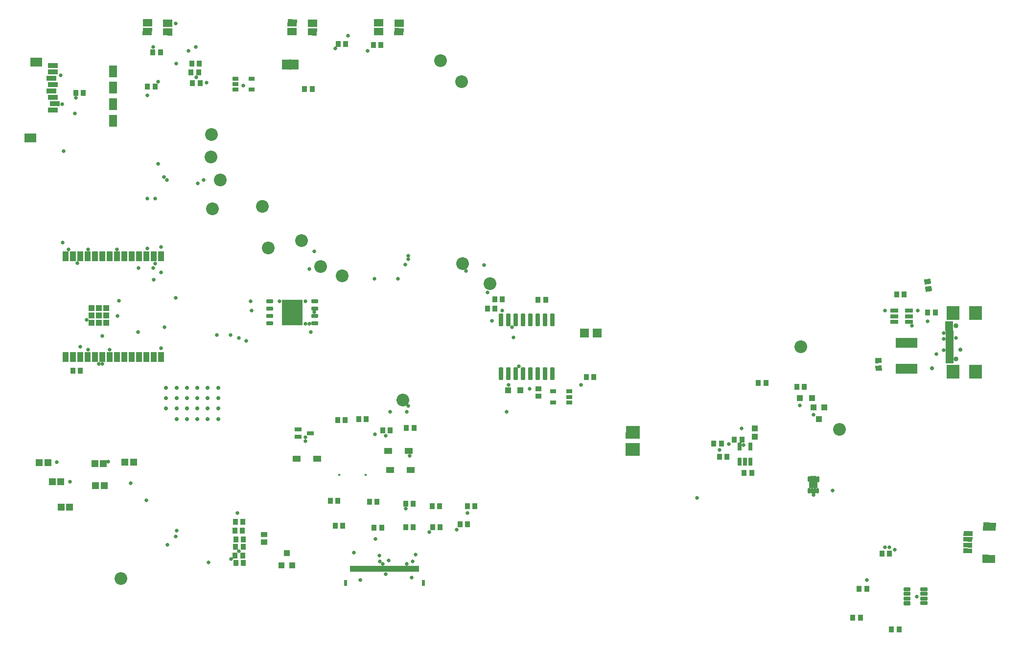
<source format=gbr>
G04 EAGLE Gerber RS-274X export*
G75*
%MOMM*%
%FSLAX34Y34*%
%LPD*%
%INSoldermask Top*%
%IPPOS*%
%AMOC8*
5,1,8,0,0,1.08239X$1,22.5*%
G01*
G04 Define Apertures*
%ADD10R,1.603200X1.253200*%
%ADD11R,0.903200X1.103200*%
%ADD12R,1.603200X1.603200*%
%ADD13R,1.103200X0.903200*%
%ADD14R,2.203200X2.403200*%
%ADD15R,1.003200X1.003200*%
%ADD16R,1.403200X0.803200*%
%ADD17R,1.173200X1.143200*%
%ADD18R,1.003200X1.103200*%
%ADD19R,1.353200X1.003200*%
%ADD20R,1.103200X0.803200*%
%ADD21R,0.503200X1.003200*%
%ADD22R,0.603200X1.003200*%
%ADD23R,1.353200X0.503200*%
%ADD24R,2.203200X2.383200*%
%ADD25C,0.853200*%
%ADD26R,1.403200X2.203200*%
%ADD27R,0.803200X1.553200*%
%ADD28R,1.403200X2.003200*%
%ADD29R,2.103200X1.603200*%
%ADD30R,1.703200X0.903200*%
%ADD31R,0.330200X0.330200*%
%ADD32R,0.753200X1.403200*%
%ADD33R,3.803200X1.703200*%
%ADD34R,1.253200X0.703200*%
%ADD35C,0.330503*%
%ADD36R,0.152400X1.828800*%
%ADD37R,1.371600X1.803400*%
%ADD38C,2.203200*%
%ADD39C,0.315166*%
%ADD40R,3.603200X4.503200*%
%ADD41R,1.103200X1.703200*%
%ADD42C,0.349006*%
%ADD43C,0.269722*%
%ADD44C,0.304800*%
%ADD45R,1.103200X1.503200*%
%ADD46C,0.705600*%
%ADD47C,0.655600*%
D10*
G36*
X779952Y666678D02*
X795981Y666482D01*
X795828Y653952D01*
X779799Y654148D01*
X779952Y666678D01*
G37*
G36*
X744955Y667106D02*
X760984Y666910D01*
X760831Y654380D01*
X744802Y654576D01*
X744955Y667106D01*
G37*
G36*
X744772Y652107D02*
X760801Y651911D01*
X760648Y639381D01*
X744619Y639577D01*
X744772Y652107D01*
G37*
G36*
X779769Y651679D02*
X795798Y651483D01*
X795645Y638953D01*
X779616Y639149D01*
X779769Y651679D01*
G37*
D11*
X1584000Y-318700D03*
X1597000Y-318700D03*
X429200Y590300D03*
X442200Y590300D03*
D12*
X1130900Y123400D03*
X1108900Y123400D03*
D11*
X1367900Y-61075D03*
X1380900Y-61075D03*
X1409400Y37700D03*
X1422400Y37700D03*
D13*
X1029300Y14200D03*
X1029300Y27200D03*
D11*
X1572800Y-368700D03*
X1585800Y-368700D03*
X1385000Y-118500D03*
X1398000Y-118500D03*
D14*
G36*
X1204080Y-67089D02*
X1203888Y-89119D01*
X1179858Y-88909D01*
X1180050Y-66879D01*
X1204080Y-67089D01*
G37*
G36*
X1204342Y-37091D02*
X1204150Y-59121D01*
X1180120Y-58911D01*
X1180312Y-36881D01*
X1204342Y-37091D01*
G37*
D11*
X681600Y-27100D03*
X694600Y-27100D03*
G36*
X1708512Y205183D02*
X1709581Y196215D01*
X1698628Y194909D01*
X1697559Y203877D01*
X1708512Y205183D01*
G37*
G36*
X1706972Y218091D02*
X1708041Y209123D01*
X1697088Y207817D01*
X1696019Y216785D01*
X1706972Y218091D01*
G37*
X743400Y622100D03*
X756400Y622100D03*
X1661400Y190500D03*
X1648400Y190500D03*
X682600Y624300D03*
X695600Y624300D03*
X800700Y-40700D03*
X813700Y-40700D03*
X1028400Y181300D03*
X1041400Y181300D03*
X228600Y539700D03*
X241600Y539700D03*
D10*
G36*
X630300Y666560D02*
X646329Y666308D01*
X646132Y653778D01*
X630103Y654030D01*
X630300Y666560D01*
G37*
G36*
X595304Y667110D02*
X611333Y666858D01*
X611136Y654328D01*
X595107Y654580D01*
X595304Y667110D01*
G37*
G36*
X595068Y652112D02*
X611097Y651860D01*
X610900Y639330D01*
X594871Y639582D01*
X595068Y652112D01*
G37*
G36*
X630064Y651562D02*
X646093Y651310D01*
X645896Y638780D01*
X629867Y639032D01*
X630064Y651562D01*
G37*
D15*
X1403400Y-56000D03*
X1403400Y-41000D03*
D11*
X362000Y609900D03*
X375000Y609900D03*
D16*
X1644700Y162400D03*
X1644700Y152900D03*
X1644700Y143400D03*
X1669700Y143400D03*
X1669700Y152900D03*
X1669700Y162400D03*
D17*
X261600Y-102300D03*
X276600Y-102300D03*
X165400Y-100300D03*
X180400Y-100300D03*
X203200Y-177300D03*
X218200Y-177300D03*
D18*
X1481400Y10800D03*
X1502400Y10800D03*
D19*
X769500Y-80300D03*
X804500Y-80300D03*
X772700Y-113500D03*
X807700Y-113500D03*
X611100Y-93500D03*
X646100Y-93500D03*
D17*
X313700Y-100100D03*
X328700Y-100100D03*
D18*
X976900Y24800D03*
X997900Y24800D03*
D17*
X188000Y-133300D03*
X203000Y-133300D03*
X262800Y-140300D03*
X277800Y-140300D03*
D11*
X906000Y-176100D03*
X919000Y-176100D03*
X677400Y-210100D03*
X690400Y-210100D03*
X846000Y-212300D03*
X859000Y-212300D03*
X893600Y-207300D03*
X906600Y-207300D03*
X845400Y-176100D03*
X858400Y-176100D03*
X736800Y-168100D03*
X749800Y-168100D03*
X799500Y-212500D03*
X812500Y-212500D03*
X799600Y-171500D03*
X812600Y-171500D03*
X744700Y-213500D03*
X757700Y-213500D03*
X668800Y-166500D03*
X681800Y-166500D03*
D20*
X504900Y564400D03*
X504900Y554900D03*
X504900Y545400D03*
X532900Y545400D03*
X532900Y564400D03*
X1082700Y3600D03*
X1082700Y13100D03*
X1082700Y22600D03*
X1054700Y22600D03*
X1054700Y3600D03*
D21*
X820200Y-284100D03*
X815200Y-284100D03*
X810200Y-284100D03*
X805200Y-284100D03*
X800200Y-284100D03*
X795200Y-284100D03*
X790200Y-284100D03*
X785200Y-284100D03*
X780200Y-284100D03*
X775200Y-284100D03*
X770200Y-284100D03*
X765200Y-284100D03*
X760200Y-284100D03*
X755200Y-284100D03*
X750200Y-284100D03*
X745200Y-284100D03*
X740200Y-284100D03*
X735200Y-284100D03*
X730200Y-284100D03*
X725200Y-284100D03*
X720200Y-284100D03*
X715200Y-284100D03*
X710200Y-284100D03*
X705200Y-284100D03*
D22*
X830200Y-309100D03*
X695200Y-309100D03*
D23*
X1739978Y73673D03*
X1739858Y81363D03*
X1740120Y95100D03*
X1740120Y105100D03*
X1740120Y110100D03*
X1740120Y120100D03*
X1739815Y133151D03*
X1739716Y141303D03*
X1739414Y137998D03*
X1739767Y129849D03*
X1740120Y125100D03*
X1740120Y115100D03*
X1740120Y100100D03*
X1740120Y90100D03*
X1740059Y85768D03*
X1739856Y76785D03*
D24*
X1785170Y56500D03*
X1785170Y158700D03*
X1745870Y56500D03*
X1745870Y158700D03*
D25*
X1750870Y78700D03*
X1750870Y136500D03*
D26*
G36*
X1819102Y-260380D02*
X1818808Y-274408D01*
X1796782Y-273946D01*
X1797076Y-259918D01*
X1819102Y-260380D01*
G37*
G36*
X1820275Y-204393D02*
X1819981Y-218421D01*
X1797955Y-217959D01*
X1798249Y-203931D01*
X1820275Y-204393D01*
G37*
D27*
G36*
X1779320Y-249545D02*
X1779152Y-257574D01*
X1763624Y-257249D01*
X1763792Y-249220D01*
X1779320Y-249545D01*
G37*
G36*
X1779529Y-239547D02*
X1779361Y-247576D01*
X1763833Y-247251D01*
X1764001Y-239222D01*
X1779529Y-239547D01*
G37*
G36*
X1779739Y-229549D02*
X1779571Y-237578D01*
X1764043Y-237253D01*
X1764211Y-229224D01*
X1779739Y-229549D01*
G37*
G36*
X1779948Y-219551D02*
X1779780Y-227580D01*
X1764252Y-227255D01*
X1764420Y-219226D01*
X1779948Y-219551D01*
G37*
D28*
X292922Y491500D03*
X292922Y548500D03*
D29*
X150422Y461500D03*
X160422Y593000D03*
D30*
X188922Y509500D03*
X192922Y520500D03*
X188922Y531500D03*
X186922Y542500D03*
X188922Y553500D03*
X186922Y564500D03*
X188922Y575500D03*
X188922Y586500D03*
D28*
X292922Y520000D03*
X292922Y577000D03*
D31*
X684840Y-121500D03*
X730560Y-121500D03*
D32*
X1377000Y-99101D03*
X1386500Y-99101D03*
X1396000Y-99101D03*
X1396000Y-73099D03*
X1377000Y-73099D03*
D33*
X1666000Y61900D03*
X1666000Y106900D03*
D18*
X1523900Y-4600D03*
X1504900Y-4600D03*
X1514400Y-25600D03*
X584300Y-278400D03*
X603300Y-278400D03*
X593800Y-257400D03*
D34*
X613400Y-43000D03*
X613400Y-56000D03*
X634400Y-49500D03*
D11*
X223500Y58700D03*
X236500Y58700D03*
X505700Y-233300D03*
X518700Y-233300D03*
X1342100Y-90500D03*
X1355100Y-90500D03*
X1623200Y-258300D03*
X1636200Y-258300D03*
X941100Y166400D03*
X954100Y166400D03*
X1476000Y30400D03*
X1489000Y30400D03*
X624600Y546100D03*
X637600Y546100D03*
X1639800Y-389300D03*
X1652800Y-389300D03*
X966600Y181900D03*
X953600Y181900D03*
X1702400Y159300D03*
X1715400Y159300D03*
G36*
X1622915Y67741D02*
X1623404Y58723D01*
X1612389Y58127D01*
X1611900Y67145D01*
X1622915Y67741D01*
G37*
G36*
X1622211Y80721D02*
X1622700Y71703D01*
X1611685Y71107D01*
X1611196Y80125D01*
X1622211Y80721D01*
G37*
X1332300Y-67700D03*
X1345300Y-67700D03*
X759900Y-44700D03*
X772900Y-44700D03*
X718100Y-25700D03*
X731100Y-25700D03*
X505400Y-274300D03*
X518400Y-274300D03*
X504300Y-261300D03*
X517300Y-261300D03*
X505200Y-246300D03*
X518200Y-246300D03*
X504100Y-218300D03*
X517100Y-218300D03*
X505000Y-203300D03*
X518000Y-203300D03*
D10*
G36*
X380019Y666603D02*
X396047Y666295D01*
X395807Y653767D01*
X379779Y654075D01*
X380019Y666603D01*
G37*
G36*
X345026Y667275D02*
X361054Y666967D01*
X360814Y654439D01*
X344786Y654747D01*
X345026Y667275D01*
G37*
G36*
X344738Y652278D02*
X360766Y651970D01*
X360526Y639442D01*
X344498Y639750D01*
X344738Y652278D01*
G37*
G36*
X379731Y651606D02*
X395759Y651298D01*
X395519Y638770D01*
X379491Y639078D01*
X379731Y651606D01*
G37*
D11*
X430700Y556700D03*
X443700Y556700D03*
X1112000Y47400D03*
X1125000Y47400D03*
X352700Y550400D03*
X365700Y550400D03*
G36*
X560202Y-233723D02*
X560139Y-242754D01*
X549108Y-242677D01*
X549171Y-233646D01*
X560202Y-233723D01*
G37*
G36*
X560292Y-220723D02*
X560229Y-229754D01*
X549198Y-229677D01*
X549261Y-220646D01*
X560292Y-220723D01*
G37*
X428200Y574900D03*
X441200Y574900D03*
D35*
X1691236Y-321664D02*
X1700124Y-321664D01*
X1691236Y-321664D02*
X1691236Y-317936D01*
X1700124Y-317936D01*
X1700124Y-321664D01*
X1700124Y-318524D02*
X1691236Y-318524D01*
X1691236Y-329664D02*
X1700124Y-329664D01*
X1691236Y-329664D02*
X1691236Y-325936D01*
X1700124Y-325936D01*
X1700124Y-329664D01*
X1700124Y-326524D02*
X1691236Y-326524D01*
X1691236Y-337664D02*
X1700124Y-337664D01*
X1691236Y-337664D02*
X1691236Y-333936D01*
X1700124Y-333936D01*
X1700124Y-337664D01*
X1700124Y-334524D02*
X1691236Y-334524D01*
X1691236Y-345664D02*
X1700124Y-345664D01*
X1691236Y-345664D02*
X1691236Y-341936D01*
X1700124Y-341936D01*
X1700124Y-345664D01*
X1700124Y-342524D02*
X1691236Y-342524D01*
X1670964Y-345864D02*
X1662076Y-345864D01*
X1662076Y-342136D01*
X1670964Y-342136D01*
X1670964Y-345864D01*
X1670964Y-342724D02*
X1662076Y-342724D01*
X1662076Y-337664D02*
X1670964Y-337664D01*
X1662076Y-337664D02*
X1662076Y-333936D01*
X1670964Y-333936D01*
X1670964Y-337664D01*
X1670964Y-334524D02*
X1662076Y-334524D01*
X1662076Y-329664D02*
X1670964Y-329664D01*
X1662076Y-329664D02*
X1662076Y-325936D01*
X1670964Y-325936D01*
X1670964Y-329664D01*
X1670964Y-326524D02*
X1662076Y-326524D01*
X1662076Y-321664D02*
X1670964Y-321664D01*
X1662076Y-321664D02*
X1662076Y-317936D01*
X1670964Y-317936D01*
X1670964Y-321664D01*
X1670964Y-318524D02*
X1662076Y-318524D01*
D36*
X599600Y588900D03*
D37*
X591980Y588900D03*
X607220Y588900D03*
D38*
X462300Y428100D03*
X689600Y223100D03*
X465100Y339100D03*
X562100Y271100D03*
X551600Y343100D03*
X1483100Y100100D03*
X897600Y244100D03*
X945100Y209100D03*
X794600Y8100D03*
X463500Y467100D03*
X1549700Y-42900D03*
X859900Y595100D03*
X895900Y558900D03*
X307100Y-301100D03*
X652300Y238900D03*
X619500Y283900D03*
X478700Y388900D03*
D39*
X559810Y177010D02*
X568090Y177010D01*
X559810Y177010D02*
X559810Y180290D01*
X568090Y180290D01*
X568090Y177010D01*
X568090Y180004D02*
X559810Y180004D01*
X559810Y164310D02*
X568090Y164310D01*
X559810Y164310D02*
X559810Y167590D01*
X568090Y167590D01*
X568090Y164310D01*
X568090Y167304D02*
X559810Y167304D01*
X559810Y151610D02*
X568090Y151610D01*
X559810Y151610D02*
X559810Y154890D01*
X568090Y154890D01*
X568090Y151610D01*
X568090Y154604D02*
X559810Y154604D01*
X559810Y138910D02*
X568090Y138910D01*
X559810Y138910D02*
X559810Y142190D01*
X568090Y142190D01*
X568090Y138910D01*
X568090Y141904D02*
X559810Y141904D01*
X637710Y138910D02*
X645990Y138910D01*
X637710Y138910D02*
X637710Y142190D01*
X645990Y142190D01*
X645990Y138910D01*
X645990Y141904D02*
X637710Y141904D01*
X637710Y151610D02*
X645990Y151610D01*
X637710Y151610D02*
X637710Y154890D01*
X645990Y154890D01*
X645990Y151610D01*
X645990Y154604D02*
X637710Y154604D01*
X637710Y164310D02*
X645990Y164310D01*
X637710Y164310D02*
X637710Y167590D01*
X645990Y167590D01*
X645990Y164310D01*
X645990Y167304D02*
X637710Y167304D01*
X637710Y177010D02*
X645990Y177010D01*
X637710Y177010D02*
X637710Y180290D01*
X645990Y180290D01*
X645990Y177010D01*
X645990Y180004D02*
X637710Y180004D01*
D40*
X602900Y159600D03*
D41*
X211400Y81900D03*
X224100Y81900D03*
X236800Y81900D03*
X249500Y81900D03*
X262200Y81900D03*
X274900Y81900D03*
X287600Y81900D03*
X300300Y81900D03*
X313000Y81900D03*
X325700Y81900D03*
X338400Y81900D03*
X351100Y81900D03*
X363800Y81900D03*
X376500Y81900D03*
X376500Y256900D03*
X363800Y256900D03*
X351100Y256900D03*
X338400Y256900D03*
X325700Y256900D03*
X313000Y256900D03*
X300300Y256900D03*
X287600Y256900D03*
X274900Y256900D03*
X262200Y256900D03*
X249500Y256900D03*
X236800Y256900D03*
X224100Y256900D03*
X211400Y256900D03*
D15*
X268600Y154350D03*
X256100Y141850D03*
X256100Y154350D03*
X256100Y166850D03*
X268600Y141850D03*
X268600Y166850D03*
X281100Y141850D03*
X281100Y154350D03*
X281100Y166850D03*
D42*
X966271Y62971D02*
X966271Y43929D01*
X961829Y43929D01*
X961829Y62971D01*
X966271Y62971D01*
X966271Y47244D02*
X961829Y47244D01*
X961829Y50559D02*
X966271Y50559D01*
X966271Y53874D02*
X961829Y53874D01*
X961829Y57189D02*
X966271Y57189D01*
X966271Y60504D02*
X961829Y60504D01*
X978971Y62971D02*
X978971Y43929D01*
X974529Y43929D01*
X974529Y62971D01*
X978971Y62971D01*
X978971Y47244D02*
X974529Y47244D01*
X974529Y50559D02*
X978971Y50559D01*
X978971Y53874D02*
X974529Y53874D01*
X974529Y57189D02*
X978971Y57189D01*
X978971Y60504D02*
X974529Y60504D01*
X991671Y62971D02*
X991671Y43929D01*
X987229Y43929D01*
X987229Y62971D01*
X991671Y62971D01*
X991671Y47244D02*
X987229Y47244D01*
X987229Y50559D02*
X991671Y50559D01*
X991671Y53874D02*
X987229Y53874D01*
X987229Y57189D02*
X991671Y57189D01*
X991671Y60504D02*
X987229Y60504D01*
X1004371Y62971D02*
X1004371Y43929D01*
X999929Y43929D01*
X999929Y62971D01*
X1004371Y62971D01*
X1004371Y47244D02*
X999929Y47244D01*
X999929Y50559D02*
X1004371Y50559D01*
X1004371Y53874D02*
X999929Y53874D01*
X999929Y57189D02*
X1004371Y57189D01*
X1004371Y60504D02*
X999929Y60504D01*
X1017071Y62971D02*
X1017071Y43929D01*
X1012629Y43929D01*
X1012629Y62971D01*
X1017071Y62971D01*
X1017071Y47244D02*
X1012629Y47244D01*
X1012629Y50559D02*
X1017071Y50559D01*
X1017071Y53874D02*
X1012629Y53874D01*
X1012629Y57189D02*
X1017071Y57189D01*
X1017071Y60504D02*
X1012629Y60504D01*
X1029771Y62971D02*
X1029771Y43929D01*
X1025329Y43929D01*
X1025329Y62971D01*
X1029771Y62971D01*
X1029771Y47244D02*
X1025329Y47244D01*
X1025329Y50559D02*
X1029771Y50559D01*
X1029771Y53874D02*
X1025329Y53874D01*
X1025329Y57189D02*
X1029771Y57189D01*
X1029771Y60504D02*
X1025329Y60504D01*
X1042471Y62971D02*
X1042471Y43929D01*
X1038029Y43929D01*
X1038029Y62971D01*
X1042471Y62971D01*
X1042471Y47244D02*
X1038029Y47244D01*
X1038029Y50559D02*
X1042471Y50559D01*
X1042471Y53874D02*
X1038029Y53874D01*
X1038029Y57189D02*
X1042471Y57189D01*
X1042471Y60504D02*
X1038029Y60504D01*
X1055171Y62971D02*
X1055171Y43929D01*
X1050729Y43929D01*
X1050729Y62971D01*
X1055171Y62971D01*
X1055171Y47244D02*
X1050729Y47244D01*
X1050729Y50559D02*
X1055171Y50559D01*
X1055171Y53874D02*
X1050729Y53874D01*
X1050729Y57189D02*
X1055171Y57189D01*
X1055171Y60504D02*
X1050729Y60504D01*
X1055171Y137029D02*
X1055171Y156071D01*
X1055171Y137029D02*
X1050729Y137029D01*
X1050729Y156071D01*
X1055171Y156071D01*
X1055171Y140344D02*
X1050729Y140344D01*
X1050729Y143659D02*
X1055171Y143659D01*
X1055171Y146974D02*
X1050729Y146974D01*
X1050729Y150289D02*
X1055171Y150289D01*
X1055171Y153604D02*
X1050729Y153604D01*
X1042471Y156071D02*
X1042471Y137029D01*
X1038029Y137029D01*
X1038029Y156071D01*
X1042471Y156071D01*
X1042471Y140344D02*
X1038029Y140344D01*
X1038029Y143659D02*
X1042471Y143659D01*
X1042471Y146974D02*
X1038029Y146974D01*
X1038029Y150289D02*
X1042471Y150289D01*
X1042471Y153604D02*
X1038029Y153604D01*
X1029771Y156071D02*
X1029771Y137029D01*
X1025329Y137029D01*
X1025329Y156071D01*
X1029771Y156071D01*
X1029771Y140344D02*
X1025329Y140344D01*
X1025329Y143659D02*
X1029771Y143659D01*
X1029771Y146974D02*
X1025329Y146974D01*
X1025329Y150289D02*
X1029771Y150289D01*
X1029771Y153604D02*
X1025329Y153604D01*
X1017071Y156071D02*
X1017071Y137029D01*
X1012629Y137029D01*
X1012629Y156071D01*
X1017071Y156071D01*
X1017071Y140344D02*
X1012629Y140344D01*
X1012629Y143659D02*
X1017071Y143659D01*
X1017071Y146974D02*
X1012629Y146974D01*
X1012629Y150289D02*
X1017071Y150289D01*
X1017071Y153604D02*
X1012629Y153604D01*
X1004371Y156071D02*
X1004371Y137029D01*
X999929Y137029D01*
X999929Y156071D01*
X1004371Y156071D01*
X1004371Y140344D02*
X999929Y140344D01*
X999929Y143659D02*
X1004371Y143659D01*
X1004371Y146974D02*
X999929Y146974D01*
X999929Y150289D02*
X1004371Y150289D01*
X1004371Y153604D02*
X999929Y153604D01*
X991671Y156071D02*
X991671Y137029D01*
X987229Y137029D01*
X987229Y156071D01*
X991671Y156071D01*
X991671Y140344D02*
X987229Y140344D01*
X987229Y143659D02*
X991671Y143659D01*
X991671Y146974D02*
X987229Y146974D01*
X987229Y150289D02*
X991671Y150289D01*
X991671Y153604D02*
X987229Y153604D01*
X978971Y156071D02*
X978971Y137029D01*
X974529Y137029D01*
X974529Y156071D01*
X978971Y156071D01*
X978971Y140344D02*
X974529Y140344D01*
X974529Y143659D02*
X978971Y143659D01*
X978971Y146974D02*
X974529Y146974D01*
X974529Y150289D02*
X978971Y150289D01*
X978971Y153604D02*
X974529Y153604D01*
X966271Y156071D02*
X966271Y137029D01*
X961829Y137029D01*
X961829Y156071D01*
X966271Y156071D01*
X966271Y140344D02*
X961829Y140344D01*
X961829Y143659D02*
X966271Y143659D01*
X966271Y146974D02*
X961829Y146974D01*
X961829Y150289D02*
X966271Y150289D01*
X966271Y153604D02*
X961829Y153604D01*
D43*
X1510929Y-125505D02*
X1510904Y-132440D01*
X1510929Y-125505D02*
X1512964Y-125512D01*
X1512939Y-132447D01*
X1510904Y-132440D01*
X1510913Y-129885D02*
X1512948Y-129885D01*
X1512957Y-127323D02*
X1510922Y-127323D01*
D44*
X1505423Y-125398D02*
X1505398Y-132509D01*
X1505423Y-125398D02*
X1508470Y-125409D01*
X1508445Y-132520D01*
X1505398Y-132509D01*
X1505408Y-129624D02*
X1508455Y-129624D01*
X1508465Y-126728D02*
X1505418Y-126728D01*
X1500423Y-125380D02*
X1500398Y-132491D01*
X1500423Y-125380D02*
X1503470Y-125391D01*
X1503445Y-132502D01*
X1500398Y-132491D01*
X1500408Y-129606D02*
X1503455Y-129606D01*
X1503465Y-126710D02*
X1500418Y-126710D01*
D43*
X1495929Y-125453D02*
X1495904Y-132388D01*
X1495929Y-125453D02*
X1497964Y-125460D01*
X1497939Y-132395D01*
X1495904Y-132388D01*
X1495913Y-129833D02*
X1497948Y-129833D01*
X1497957Y-127271D02*
X1495922Y-127271D01*
X1495861Y-145153D02*
X1495836Y-152088D01*
X1495861Y-145153D02*
X1497896Y-145160D01*
X1497871Y-152095D01*
X1495836Y-152088D01*
X1495845Y-149533D02*
X1497880Y-149533D01*
X1497889Y-146971D02*
X1495854Y-146971D01*
X1500861Y-145170D02*
X1500836Y-152105D01*
X1500861Y-145170D02*
X1502896Y-145177D01*
X1502871Y-152112D01*
X1500836Y-152105D01*
X1500845Y-149550D02*
X1502880Y-149550D01*
X1502889Y-146988D02*
X1500854Y-146988D01*
X1505861Y-145188D02*
X1505836Y-152123D01*
X1505861Y-145188D02*
X1507896Y-145195D01*
X1507871Y-152130D01*
X1505836Y-152123D01*
X1505845Y-149568D02*
X1507880Y-149568D01*
X1507889Y-147006D02*
X1505854Y-147006D01*
X1510861Y-145205D02*
X1510836Y-152140D01*
X1510861Y-145205D02*
X1512896Y-145212D01*
X1512871Y-152147D01*
X1510836Y-152140D01*
X1510845Y-149585D02*
X1512880Y-149585D01*
X1512889Y-147023D02*
X1510854Y-147023D01*
D45*
G36*
X1496865Y-144289D02*
X1496904Y-133258D01*
X1511935Y-133311D01*
X1511896Y-144342D01*
X1496865Y-144289D01*
G37*
D46*
X1710000Y63000D03*
X1759000Y95000D03*
D47*
X1597500Y-303750D03*
X1505000Y-156250D03*
X1013750Y27500D03*
X973750Y-12500D03*
X1717500Y87500D03*
X1730000Y93750D03*
X1685000Y162500D03*
X1751250Y115000D03*
X1675000Y136250D03*
X1730000Y113750D03*
X1702500Y143750D03*
X1730000Y123750D03*
X1628750Y162500D03*
X376250Y97500D03*
X1505000Y-17500D03*
X1481250Y-1250D03*
X228750Y531250D03*
X352500Y535000D03*
X381250Y393750D03*
X382500Y133750D03*
X1645000Y-251250D03*
X1628750Y-247500D03*
X626250Y178750D03*
X401250Y-228750D03*
X218750Y-133750D03*
X205000Y520000D03*
X207500Y438750D03*
X216250Y268750D03*
X250000Y95000D03*
X755000Y-271250D03*
X511250Y-253750D03*
X632500Y140000D03*
X632500Y235000D03*
X196250Y-100000D03*
X275000Y70000D03*
X206250Y280000D03*
X287500Y95000D03*
X366250Y243750D03*
X387500Y-242500D03*
X760000Y-276250D03*
X497500Y-267500D03*
X323750Y-136250D03*
X641250Y160000D03*
X641250Y265000D03*
X247500Y146250D03*
X275000Y118750D03*
X352500Y270000D03*
X285000Y-98750D03*
X303750Y180000D03*
X231250Y245000D03*
X202500Y570000D03*
X227500Y503750D03*
X511250Y115000D03*
X532500Y162500D03*
X753750Y-261250D03*
X508750Y-187500D03*
X745000Y217500D03*
X531250Y178750D03*
X472500Y120000D03*
X458750Y-273750D03*
X403750Y-218750D03*
X351250Y-166250D03*
X402500Y590000D03*
X371250Y558750D03*
X423750Y612500D03*
X250000Y268750D03*
X300000Y268750D03*
X352500Y356250D03*
X366250Y356250D03*
X803750Y257500D03*
X995000Y66250D03*
X581250Y178750D03*
X635000Y125000D03*
X523750Y110000D03*
X401250Y185000D03*
X1537500Y-148750D03*
X1636250Y-247500D03*
X1683750Y-332500D03*
X337500Y236250D03*
X362500Y236250D03*
X983750Y133750D03*
X440000Y382500D03*
X935000Y241250D03*
X1303750Y-161250D03*
X986250Y116250D03*
X810000Y-300000D03*
X786250Y217500D03*
X363750Y216250D03*
X376250Y228750D03*
X733750Y612500D03*
X518750Y552500D03*
X236250Y100000D03*
X437500Y566250D03*
X401250Y660000D03*
X941250Y193750D03*
X903750Y231250D03*
X336250Y125000D03*
X798750Y242500D03*
X966250Y162500D03*
X948750Y145000D03*
X496250Y120000D03*
X626250Y140000D03*
X770000Y-270000D03*
X301250Y153750D03*
X450000Y388750D03*
X386250Y388750D03*
X765000Y-293750D03*
X268750Y70000D03*
X371250Y416250D03*
X455000Y557500D03*
X677500Y616250D03*
X376250Y272500D03*
X700000Y638750D03*
X1380000Y-41250D03*
X1342500Y-78750D03*
X1358750Y-68750D03*
X1383750Y-70000D03*
X710000Y-256250D03*
X840000Y-221250D03*
X801250Y-12500D03*
X803750Y-2500D03*
X806250Y-88750D03*
X811250Y-271250D03*
X765000Y-53750D03*
X626250Y-56250D03*
X772500Y-12500D03*
X803750Y251250D03*
X816250Y-260000D03*
X746250Y-51250D03*
X626250Y-63750D03*
X721250Y-303750D03*
X887500Y-216250D03*
X747500Y-232500D03*
X800000Y-180000D03*
X801250Y-276250D03*
X906250Y-187500D03*
X362500Y618750D03*
X436250Y618750D03*
X977500Y33750D03*
X1102500Y33750D03*
D46*
X475000Y29000D03*
X457000Y29000D03*
X439000Y29000D03*
X421000Y29000D03*
X403000Y29000D03*
X385000Y29000D03*
X475000Y11000D03*
X457000Y11000D03*
X439000Y11000D03*
X421000Y11000D03*
X403000Y11000D03*
X385000Y11000D03*
X475000Y-7000D03*
X457000Y-7000D03*
X439000Y-7000D03*
X403000Y-25000D03*
X421000Y-25000D03*
X439000Y-25000D03*
X457000Y-25000D03*
X475000Y-25000D03*
X385000Y-7000D03*
X403000Y-7000D03*
X421000Y-7000D03*
M02*

</source>
